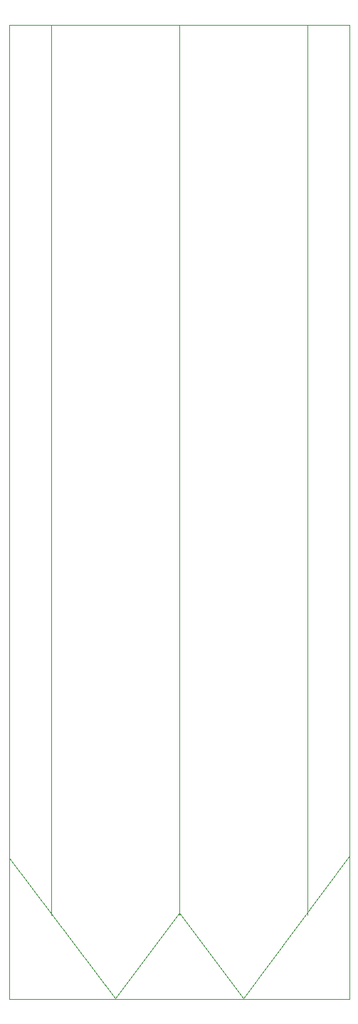
<source format=gbr>
G04 #@! TF.FileFunction,Profile,NP*
%FSLAX46Y46*%
G04 Gerber Fmt 4.6, Leading zero omitted, Abs format (unit mm)*
G04 Created by KiCad (PCBNEW (2015-02-15 BZR 5420)-product) date Tue 17 Feb 2015 11:56:18 AM EET*
%MOMM*%
G01*
G04 APERTURE LIST*
%ADD10C,0.100000*%
G04 APERTURE END LIST*
D10*
X89250000Y-22500000D02*
X94250000Y-22500000D01*
X53750000Y-22500000D02*
X89250000Y-22500000D01*
X94250000Y-138250000D02*
X89750000Y-138250000D01*
X94250000Y-22500000D02*
X94250000Y-138250000D01*
X53750000Y-138250000D02*
X89750000Y-138250000D01*
X53750000Y-22500000D02*
X53750000Y-138250000D01*
X66402000Y-138172286D02*
X74000000Y-128000000D01*
X53750000Y-121500000D02*
X66402000Y-138172286D01*
X74022000Y-26285286D02*
X74022000Y-22475286D01*
X74022000Y-26285286D02*
X74022000Y-28825286D01*
X58750000Y-128250000D02*
X58750000Y-22500000D01*
X74022000Y-28825286D02*
X74022000Y-66925286D01*
X81652000Y-138172286D02*
X94250000Y-121250000D01*
X74000000Y-128000000D02*
X81652000Y-138172286D01*
X74032000Y-26285286D02*
X74032000Y-22475286D01*
X74032000Y-28825286D02*
X74032000Y-26285286D01*
X74000000Y-128250000D02*
X74032000Y-66925286D01*
X74032000Y-66925286D02*
X74032000Y-28825286D01*
X89250000Y-128250000D02*
X89250000Y-22500000D01*
M02*

</source>
